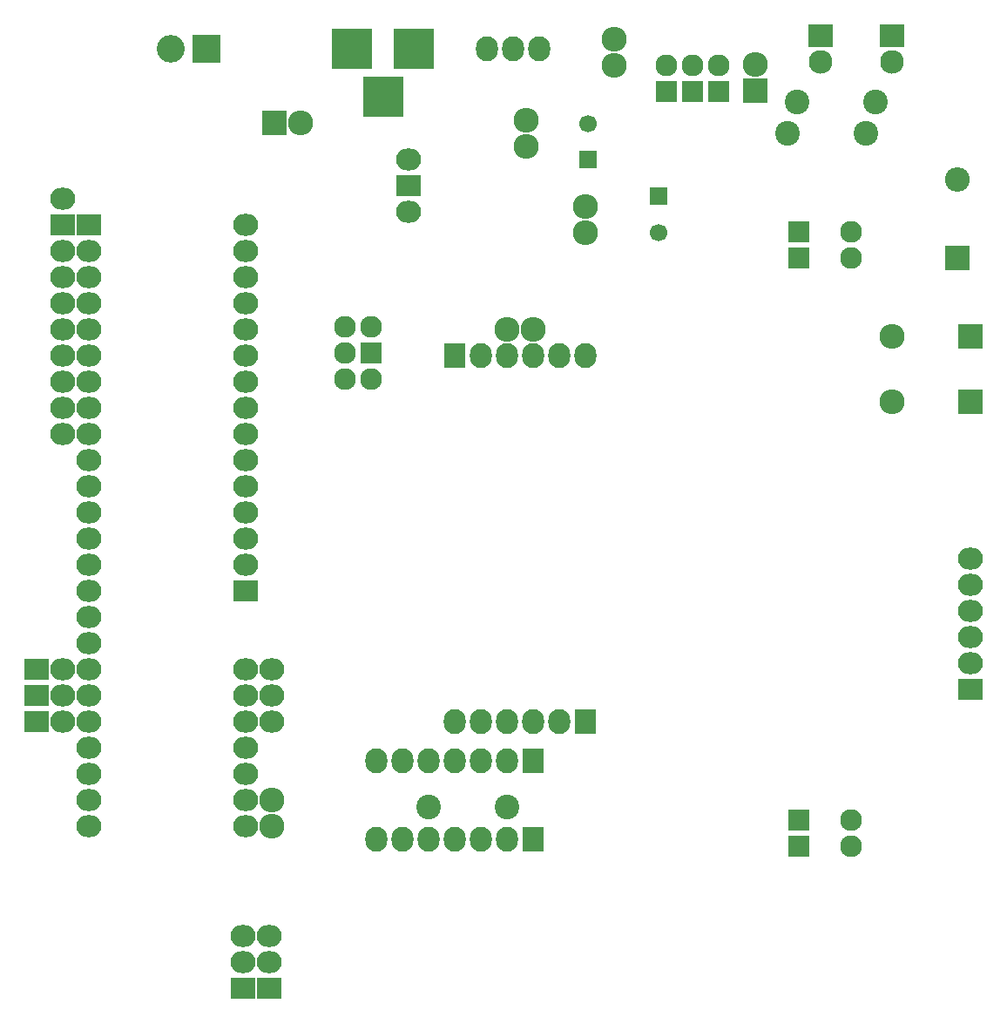
<source format=gbr>
G04 #@! TF.FileFunction,Soldermask,Bot*
%FSLAX46Y46*%
G04 Gerber Fmt 4.6, Leading zero omitted, Abs format (unit mm)*
G04 Created by KiCad (PCBNEW 4.0.7) date 01/07/18 19:39:08*
%MOMM*%
%LPD*%
G01*
G04 APERTURE LIST*
%ADD10C,0.100000*%
%ADD11R,2.700000X2.700000*%
%ADD12O,2.700000X2.700000*%
%ADD13O,2.127200X2.127200*%
%ADD14R,2.127200X2.127200*%
%ADD15O,2.432000X2.127200*%
%ADD16R,2.432000X2.127200*%
%ADD17O,2.432000X2.432000*%
%ADD18R,2.432000X2.432000*%
%ADD19O,2.127200X2.432000*%
%ADD20R,2.127200X2.432000*%
%ADD21O,2.400000X2.400000*%
%ADD22R,2.400000X2.400000*%
%ADD23R,2.400000X2.300000*%
%ADD24C,2.300000*%
%ADD25C,1.700000*%
%ADD26R,1.700000X1.700000*%
%ADD27R,3.900120X3.900120*%
%ADD28C,2.398980*%
G04 APERTURE END LIST*
D10*
D11*
X69520000Y-53645000D03*
D12*
X66020000Y-53645000D03*
D13*
X132140000Y-128550000D03*
X132140000Y-131090000D03*
D14*
X127060000Y-128550000D03*
X127060000Y-131090000D03*
D13*
X132140000Y-71410000D03*
X132140000Y-73950000D03*
D14*
X127060000Y-71410000D03*
X127060000Y-73950000D03*
D15*
X55550000Y-91110000D03*
X55550000Y-88570000D03*
X55550000Y-86030000D03*
X55550000Y-83490000D03*
X55550000Y-80950000D03*
X55550000Y-78410000D03*
X55550000Y-75870000D03*
X55550000Y-73330000D03*
D16*
X55550000Y-70790000D03*
D15*
X55550000Y-68250000D03*
D17*
X78664000Y-60884000D03*
D18*
X76124000Y-60884000D03*
D15*
X75616000Y-139878000D03*
X75616000Y-142418000D03*
D16*
X75616000Y-144958000D03*
D15*
X73076000Y-139878000D03*
X73076000Y-142418000D03*
D16*
X73076000Y-144958000D03*
D19*
X93650000Y-119050000D03*
X96190000Y-119050000D03*
X98730000Y-119050000D03*
X101270000Y-119050000D03*
X103810000Y-119050000D03*
D20*
X106350000Y-119050000D03*
D19*
X106350000Y-83490000D03*
X103810000Y-83490000D03*
X101270000Y-83490000D03*
X98730000Y-83490000D03*
X96190000Y-83490000D03*
D20*
X93650000Y-83490000D03*
D17*
X75870000Y-126670000D03*
X75870000Y-129210000D03*
D15*
X75870000Y-113970000D03*
X75870000Y-116510000D03*
X75870000Y-119050000D03*
D14*
X114224000Y-57836000D03*
D13*
X114224000Y-55296000D03*
D14*
X116764000Y-57836000D03*
D13*
X116764000Y-55296000D03*
D14*
X119304000Y-57836000D03*
D13*
X119304000Y-55296000D03*
D18*
X122860000Y-57709000D03*
D17*
X122860000Y-55169000D03*
X106350000Y-69012000D03*
X106350000Y-71552000D03*
X100635000Y-63170000D03*
X100635000Y-60630000D03*
D18*
X143815000Y-87935000D03*
D17*
X136195000Y-87935000D03*
D18*
X143815000Y-81585000D03*
D17*
X136195000Y-81585000D03*
D19*
X86030000Y-130480000D03*
X88570000Y-130480000D03*
X91110000Y-130480000D03*
X93650000Y-130480000D03*
X96190000Y-130480000D03*
X98730000Y-130480000D03*
D20*
X101270000Y-130480000D03*
X101270000Y-122860000D03*
D19*
X98730000Y-122860000D03*
X96190000Y-122860000D03*
X93650000Y-122860000D03*
X91110000Y-122860000D03*
X88570000Y-122860000D03*
X86030000Y-122860000D03*
D17*
X98730000Y-80950000D03*
X101270000Y-80950000D03*
D13*
X82982000Y-80696000D03*
X85522000Y-80696000D03*
X82982000Y-83236000D03*
D14*
X85522000Y-83236000D03*
D13*
X82982000Y-85776000D03*
X85522000Y-85776000D03*
D19*
X101905000Y-53645000D03*
X99365000Y-53645000D03*
X96825000Y-53645000D03*
D17*
X109144000Y-52756000D03*
X109144000Y-55296000D03*
D15*
X143815000Y-103175000D03*
X143815000Y-105715000D03*
X143815000Y-108255000D03*
X143815000Y-110795000D03*
X143815000Y-113335000D03*
D16*
X143815000Y-115875000D03*
X53010000Y-119050000D03*
X53010000Y-116510000D03*
X53010000Y-113970000D03*
D15*
X55550000Y-119050000D03*
X55550000Y-116510000D03*
X55550000Y-113970000D03*
X58090000Y-129210000D03*
X58090000Y-126670000D03*
X58090000Y-124130000D03*
X58090000Y-121590000D03*
X58090000Y-119050000D03*
X58090000Y-116510000D03*
X58090000Y-113970000D03*
X58090000Y-111430000D03*
X58090000Y-108890000D03*
X58090000Y-106350000D03*
X58090000Y-103810000D03*
X58090000Y-101270000D03*
X58090000Y-98730000D03*
X58090000Y-96190000D03*
X58090000Y-93650000D03*
X58090000Y-91110000D03*
X58090000Y-88570000D03*
X58090000Y-86030000D03*
X58090000Y-83490000D03*
X58090000Y-80950000D03*
X58090000Y-78410000D03*
X58090000Y-75870000D03*
X58090000Y-73330000D03*
D16*
X58090000Y-70790000D03*
D15*
X73330000Y-129210000D03*
X73330000Y-126670000D03*
X73330000Y-124130000D03*
X73330000Y-121590000D03*
X73330000Y-119050000D03*
X73330000Y-116510000D03*
X73330000Y-113970000D03*
D16*
X73330000Y-106350000D03*
D15*
X73330000Y-103810000D03*
X73330000Y-101270000D03*
X73330000Y-98730000D03*
X73330000Y-96190000D03*
X73330000Y-93650000D03*
X73330000Y-91110000D03*
X73330000Y-88570000D03*
X73330000Y-86030000D03*
X73330000Y-83490000D03*
X73330000Y-80950000D03*
X73330000Y-78410000D03*
X73330000Y-75870000D03*
X73330000Y-73330000D03*
X73330000Y-70790000D03*
X89205000Y-69520000D03*
D16*
X89205000Y-66980000D03*
D15*
X89205000Y-64440000D03*
D21*
X142545000Y-66345000D03*
D22*
X142545000Y-73945000D03*
D23*
X136195000Y-52375000D03*
D24*
X136195000Y-54915000D03*
D25*
X113462000Y-71496000D03*
D26*
X113462000Y-67996000D03*
D25*
X106604000Y-60940000D03*
D26*
X106604000Y-64440000D03*
D27*
X89690140Y-53645000D03*
X83690660Y-53645000D03*
X86690400Y-58344000D03*
D23*
X129210000Y-52375000D03*
D24*
X129210000Y-54915000D03*
D28*
X98730000Y-127305000D03*
X91110000Y-127305000D03*
X126924000Y-58852000D03*
X134544000Y-58852000D03*
X126035000Y-61900000D03*
X133655000Y-61900000D03*
M02*

</source>
